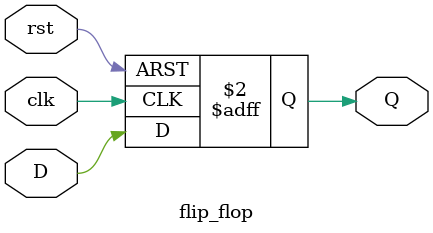
<source format=v>
`timescale 1ns / 1ps


module flip_flop
(input clk, input rst, input D, output reg Q);
always @ (posedge clk or posedge rst)
if (rst) begin
Q <= 1'b0;
end else begin
Q <= D;
end
endmodule

</source>
